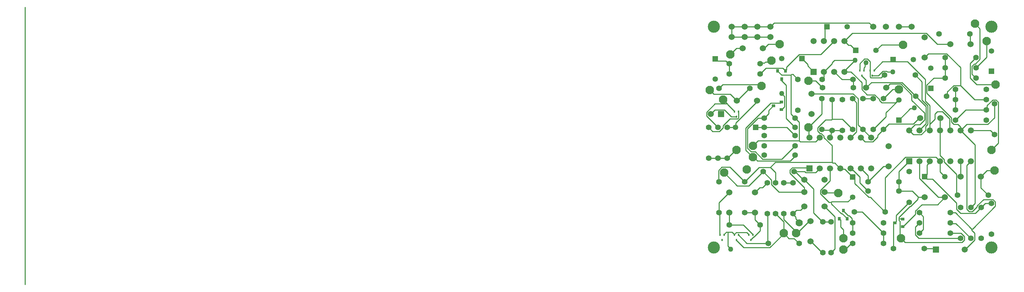
<source format=gtl>
G04 Layer_Physical_Order=1*
G04 Layer_Color=255*
%FSAX24Y24*%
%MOIN*%
G70*
G01*
G75*
%ADD10R,0.0354X0.0315*%
%ADD11R,0.0140X0.0200*%
%ADD12R,0.0315X0.0354*%
%ADD13C,0.0100*%
%ADD14C,0.0591*%
%ADD15R,0.0591X0.0591*%
%ADD16C,0.0827*%
%ADD17C,0.0600*%
%ADD18C,0.0551*%
%ADD19C,0.0531*%
%ADD20R,0.0531X0.0531*%
%ADD21R,0.0531X0.0531*%
%ADD22R,0.0591X0.0591*%
%ADD23C,0.0700*%
%ADD24C,0.1181*%
%ADD25C,0.0500*%
D10*
X-022194Y014800D02*
D03*
X-021406Y015174D02*
D03*
Y014426D02*
D03*
X-010394Y003400D02*
D03*
X-009606Y003774D02*
D03*
Y003026D02*
D03*
D11*
X-013403Y018255D02*
D03*
X-013797D02*
D03*
X-013600Y017745D02*
D03*
X-012403Y018255D02*
D03*
X-012797D02*
D03*
X-012600Y017745D02*
D03*
X-025603Y014255D02*
D03*
X-025997D02*
D03*
X-025800Y013745D02*
D03*
X-024203Y002255D02*
D03*
X-024597D02*
D03*
X-024400Y001745D02*
D03*
X-025603Y002255D02*
D03*
X-025997D02*
D03*
X-025800Y001745D02*
D03*
X-027003Y002255D02*
D03*
X-027397D02*
D03*
X-027200Y001745D02*
D03*
D12*
X-021400Y017406D02*
D03*
X-021774Y018194D02*
D03*
X-021026D02*
D03*
X-015400Y004594D02*
D03*
X-015026Y003806D02*
D03*
X-015774D02*
D03*
D13*
X-017356Y003656D02*
X-017200Y003500D01*
X-017365Y003647D02*
X-017356Y003656D01*
X-018287Y004387D02*
Y006703D01*
X-016214Y000886D02*
Y003999D01*
X-016530Y000570D02*
X-016214Y000886D01*
X-016740Y000570D02*
X-016530D01*
X-024586Y007014D02*
X-023200Y008400D01*
X-027000Y008300D02*
X-025714Y007014D01*
X-024586D01*
X-027523Y008517D02*
X-027217Y008823D01*
X-027523Y007423D02*
X-027500Y007400D01*
X-026423Y008823D02*
X-025000Y007400D01*
X-025099Y001014D02*
X-022540D01*
X-025800Y001715D02*
X-025099Y001014D01*
X-025800Y001715D02*
Y001745D01*
X-020546Y009454D02*
X-020200Y009800D01*
X-024778Y001400D02*
X-022750D01*
X-022800Y004300D02*
X-022750Y004250D01*
X-014555Y003455D02*
X-014500Y003400D01*
X-014555Y003455D02*
Y003826D01*
X-014919Y004093D02*
X-014823D01*
X-010267Y004133D02*
X-009000Y005400D01*
X-010267Y003507D02*
Y004133D01*
X-022674Y019074D02*
X-022500Y018900D01*
X-022963Y019074D02*
X-022674D01*
X-023074Y018963D02*
X-022963Y019074D01*
X-023437Y018963D02*
X-023074D01*
X-022213Y014800D02*
X-022194D01*
X-024883Y010483D02*
Y012646D01*
X-022462Y015067D01*
X-021400Y017800D02*
X-020500D01*
X-021400Y015996D02*
Y016000D01*
X-026622Y014910D02*
X-025997Y014285D01*
X-010000Y003659D02*
Y003800D01*
X-016600Y005400D02*
X-016541Y005341D01*
X-020174Y001874D02*
X-019700Y001400D01*
X-008100Y005900D02*
X-007484D01*
X-024200Y009800D02*
X-024094D01*
X-009000Y012400D02*
X-008595Y011995D01*
X-007832D01*
X-007746Y015362D02*
Y017146D01*
Y015362D02*
X-007179Y014795D01*
Y013021D02*
Y014795D01*
X-007405Y012422D02*
Y012794D01*
X-008400Y017800D02*
X-007746Y017146D01*
X-007405Y012794D02*
X-007179Y013021D01*
X-007832Y011995D02*
X-007405Y012422D01*
X-007436Y015278D02*
Y017381D01*
Y015278D02*
X-007000Y014843D01*
X-010544Y019320D02*
X-010329Y019104D01*
X-008000Y012400D02*
Y012426D01*
X-007339Y013087D01*
X-012797Y017616D02*
Y019106D01*
X-012671Y017083D02*
X-009693D01*
X-013194Y016560D02*
X-012671Y017083D01*
X-011500Y015500D02*
X-010600Y016400D01*
X-007498Y013430D02*
Y014108D01*
X-010862Y016923D02*
X-009783D01*
X-011226Y016560D02*
X-010862Y016923D01*
X-010600Y016400D02*
X-010000D01*
X-006603Y017500D02*
X-005500D01*
X-020919Y018301D02*
Y018584D01*
X-021026Y018194D02*
X-020919Y018301D01*
X-019698Y019805D02*
X-017595D01*
X-016280Y021120D01*
X-020919Y018584D02*
X-019698Y019805D01*
X-010000Y022500D02*
X-008750D01*
X-026250Y021500D02*
Y022500D01*
X-022500D02*
X-022124Y022876D01*
X-012876D01*
X-012500Y022500D01*
X-013277Y018923D02*
X-013200Y019000D01*
X-013277Y018613D02*
Y018923D01*
X-013385Y018505D02*
X-013277Y018613D01*
X-013051Y019360D02*
X-012797Y019106D01*
X-002425Y016880D02*
X-000590D01*
X-003046Y018954D02*
X-002500Y019500D01*
X-003046Y017500D02*
Y018954D01*
Y017500D02*
X-002425Y016880D01*
X-001460Y021040D02*
X-001150Y021350D01*
X-001460Y019540D02*
Y021040D01*
X-012216Y020200D02*
X-011666Y020750D01*
X-009590D01*
X-015280Y021120D02*
X-014881Y020721D01*
X-014705D02*
X-014184Y020200D01*
X-014881Y020721D02*
X-014705D01*
X-025800Y020400D02*
X-025184D01*
X-026400Y019800D02*
X-025800Y020400D01*
X-017200Y003500D02*
X-016808D01*
X-014629Y008700D02*
X-013795Y007867D01*
Y007295D02*
Y007867D01*
Y007295D02*
X-013000Y006500D01*
X-015255Y008639D02*
X-014284Y007668D01*
X-014700Y008700D02*
X-014629D01*
X-014700D02*
X-014500Y008500D01*
X-026500Y017900D02*
Y018900D01*
X-007967Y012962D02*
X-007498Y013430D01*
X-005340Y019886D02*
X-004000Y018545D01*
X-007500Y019516D02*
X-007490D01*
X-007120Y019886D02*
X-005340D01*
X-007490Y019516D02*
X-007120Y019886D01*
X-005500Y017500D02*
Y019500D01*
X-002886Y018660D02*
X-002660Y018886D01*
X-002886Y017886D02*
X-002500Y017500D01*
X-002569Y018886D02*
X-002114Y019340D01*
X-002660Y018886D02*
X-002569D01*
X-002114Y019340D02*
Y022314D01*
X-002886Y017886D02*
Y018660D01*
X-002500Y018500D02*
X-001460Y019540D01*
X-003058Y021031D02*
X-003027Y021000D01*
X-003016D01*
X-014516Y021884D02*
X-007330D01*
X-017200Y021200D02*
Y022284D01*
X-017280Y021120D02*
X-017200Y021200D01*
X-004000Y016786D02*
X-002614Y015400D01*
X-004660Y016786D02*
X-004000D01*
X-018090Y017240D02*
X-017410Y016560D01*
X-014425Y016575D02*
X-014410Y016560D01*
X-016550Y012450D02*
X-016500Y012400D01*
X-017450Y012450D02*
X-016550D01*
X-016586Y012314D02*
X-016500Y012400D01*
X-016586Y011992D02*
Y012314D01*
X-016606Y011972D02*
X-016586Y011992D01*
X-016600Y005400D02*
X-016541Y005459D01*
X-016055Y006355D02*
X-016000Y006300D01*
X-020014Y003793D02*
X-019821Y003600D01*
X-020400Y004350D02*
X-020250D01*
X-019955Y004645D02*
X-019539D01*
X-019292Y007600D02*
X-019184D01*
X-019999Y008307D02*
X-019292Y007600D01*
X-023253Y006847D02*
X-022800Y007300D01*
X-003992Y007908D02*
X-003984Y007900D01*
X-005000Y002400D02*
X-003955D01*
X-003614Y002060D01*
X-018750Y011750D02*
X-018700Y011700D01*
X-007000Y009307D02*
Y009400D01*
X-007268Y009039D02*
X-007000Y009307D01*
X-026565Y018900D02*
X-026500D01*
X-026833Y019168D02*
X-026565Y018900D01*
X-024537Y016500D02*
X-024500D01*
X-025850Y010500D02*
X-025800D01*
X-022500Y008800D02*
X-022006Y009294D01*
X-015639Y008639D02*
X-015255D01*
X-024008Y004408D02*
X-024000Y004416D01*
X-014622Y001400D02*
X-014500D01*
X-020200Y008200D02*
X-020093Y008307D01*
X-023560Y016560D02*
Y016740D01*
X-020959Y013559D02*
Y016807D01*
Y013559D02*
X-020100Y012700D01*
X-021426Y017273D02*
X-020959Y016807D01*
X-020289Y017859D02*
X-019810Y017380D01*
X-025727Y015310D02*
X-024537Y016500D01*
X-025764Y015310D02*
X-025727D01*
X-026378Y015923D02*
X-025764Y015310D01*
X-028300Y016240D02*
X-027983Y015923D01*
X-028340Y016240D02*
X-028300D01*
X-024883Y010483D02*
X-024200Y009800D01*
X-021513Y015067D02*
X-021406Y015174D01*
X-022667Y014033D02*
Y014346D01*
X-023500Y018900D02*
X-023437Y018963D01*
X-028000Y019384D02*
X-027784Y019168D01*
X-026833D01*
X-027114Y016886D02*
X-023706D01*
X-023560Y016740D01*
X-027500Y016500D02*
X-027114Y016886D01*
X-027100Y015400D02*
X-026693Y014993D01*
X-026650Y009700D02*
X-025850Y010500D01*
X-028500Y009700D02*
X-026650D01*
X-018800Y012700D02*
X-018750Y012650D01*
Y011750D02*
Y012650D01*
X-023700Y011400D02*
X-019700D01*
Y013200D01*
X-024094Y009800D02*
X-023749Y009454D01*
X-023703Y013600D02*
X-023100D01*
X-024364Y010323D02*
X-023969D01*
X-024723Y010683D02*
Y012579D01*
X-021386Y009614D02*
X-020100Y010900D01*
X-023260Y009614D02*
X-021386D01*
X-023969Y010323D02*
X-023260Y009614D01*
X-024723Y010683D02*
X-024364Y010323D01*
X-024723Y012579D02*
X-023703Y013600D01*
X-020900Y012700D02*
X-020100Y011900D01*
X-023916Y012700D02*
X-023916Y012700D01*
X-019595Y011295D02*
X-018105D01*
X-019700Y011400D02*
X-019595Y011295D01*
X-018105D02*
X-017700Y011700D01*
X-024200Y010900D02*
X-023700Y011400D01*
X-023749Y009454D02*
X-020546D01*
X-022386Y007140D02*
Y007586D01*
X-023200Y008400D02*
X-022386Y007586D01*
X-001416Y008500D02*
X-000700D01*
X-002016Y007900D02*
X-001416Y008500D01*
X-002016Y006816D02*
Y007900D01*
Y006816D02*
X-001300Y006100D01*
X-006405Y009805D02*
X-006000Y009400D01*
X-011391Y004607D02*
X-011330Y004668D01*
Y007816D01*
X-009341Y009805D02*
X-006405D01*
X-010000Y006400D02*
X-009900Y006500D01*
X-010000Y008400D02*
X-009000Y009400D01*
X-010000Y006400D02*
Y008400D01*
X-008000Y007729D02*
Y009400D01*
X-006171Y005900D02*
X-005516D01*
X-008000Y007729D02*
X-006171Y005900D01*
X-007268Y008116D02*
Y009039D01*
X-007484Y007900D02*
X-007268Y008116D01*
X-007484Y007900D02*
X-007268Y007684D01*
X-004386Y004740D02*
Y005350D01*
Y004740D02*
X-004000Y004354D01*
X-006720Y007684D02*
X-004386Y005350D01*
X-004000Y004354D02*
X-002546D01*
X-001600Y005300D01*
X-007268Y007684D02*
X-006720D01*
X-002595Y005305D02*
Y010995D01*
X-003000Y004900D02*
X-002595Y005305D01*
X-002910Y002710D02*
Y002810D01*
X-004500Y004400D02*
X-002910Y002810D01*
X-004952Y003352D02*
X-004452D01*
X-005000Y003400D02*
X-004952Y003352D01*
X-009389Y001514D02*
X-003840D01*
X-009774Y001900D02*
X-009389Y001514D01*
X-003840D02*
X-003614Y001740D01*
Y002060D01*
X-009800Y001900D02*
X-009774D01*
X-010520Y000900D02*
Y003293D01*
X-007763Y005182D02*
X-006234D01*
X-005516Y005900D01*
X-008386Y004560D02*
X-007763Y005182D01*
X-008045Y001900D02*
X-004000D01*
X-008386Y002240D02*
X-008045Y001900D01*
X-008386Y002240D02*
Y003014D01*
X-008000Y003400D01*
Y004400D02*
X-007614Y004014D01*
X-008000Y002400D02*
X-007614Y002786D01*
Y004014D01*
X-009893Y001993D02*
Y003552D01*
Y001993D02*
X-009800Y001900D01*
X-095000Y-002600D02*
Y024400D01*
X-025000Y004400D02*
X-024992Y004408D01*
X-024008D01*
X-027500Y005384D02*
X-026500Y006384D01*
X-024000D02*
X-023537Y006847D01*
X-023253D01*
X-022540Y001014D02*
X-021200Y002355D01*
X-018600Y001416D02*
X-018542Y001473D01*
X-018416D01*
X-020093Y008307D02*
X-019999D01*
X-021645Y006400D02*
X-019184D01*
X-022386Y007140D02*
X-021645Y006400D01*
X-019184Y007600D02*
X-018287Y006703D01*
Y004387D02*
X-017547Y003647D01*
X-019892Y002400D02*
X-018750Y003542D01*
X-018442D01*
X-020000Y002400D02*
X-019892D01*
X-021200Y003726D02*
X-020000Y002526D01*
Y002400D02*
Y002526D01*
X-020250Y004350D02*
X-019955Y004645D01*
X-017216Y006400D02*
X-017171Y006355D01*
X-016055D01*
X-017626Y006230D02*
X-016796Y005400D01*
X-016600D01*
X-017626Y006230D02*
Y006570D01*
X-016700Y007496D02*
Y008700D01*
X-020200Y008400D02*
X-019146D01*
X-019041Y008295D01*
X-018105D01*
X-017700Y008700D01*
X-019195Y006411D02*
X-019184Y006400D01*
X-018786Y008786D02*
X-018700Y008700D01*
X-019195Y006411D02*
Y006850D01*
X-020360Y008786D02*
X-018786D01*
X-020586Y008240D02*
Y008560D01*
X-020360Y008786D01*
X-020586Y008240D02*
X-019195Y006850D01*
X-022000Y007300D02*
Y008300D01*
X-022500Y008800D02*
X-022000Y008300D01*
X-023600Y008800D02*
X-022500D01*
X-025000Y007400D02*
X-023600Y008800D01*
X-016588Y009294D02*
X-016583Y009300D01*
X-022006Y009294D02*
X-016588D01*
X-016429Y009229D02*
X-016229D01*
X-016500Y009300D02*
X-016429Y009229D01*
X-015222Y000800D02*
X-014622Y001400D01*
X-015400Y000800D02*
X-015222D01*
X-014500Y002400D02*
Y003400D01*
X-015400Y004574D02*
Y004700D01*
X-014823Y004093D02*
X-014555Y003826D01*
X-015400Y004574D02*
X-014919Y004093D01*
X-014500Y004400D02*
X-014440Y004460D01*
X-013560D01*
X-011500Y001400D02*
Y002400D01*
X-014957Y005459D02*
X-014500Y005916D01*
X-016541Y005459D02*
X-014957D01*
X-017626Y006570D02*
X-016700Y007496D01*
X-014284Y007239D02*
X-012938Y005893D01*
X-012763D01*
X-014284Y007239D02*
Y007668D01*
X-013000Y007400D02*
Y008000D01*
X-013700Y008700D02*
X-013000Y008000D01*
X-017500Y012400D02*
X-017450Y012450D01*
X-016500Y012400D02*
X-015500D01*
X-016500Y013500D02*
Y015400D01*
Y013500D02*
X-015500D01*
X-014500Y012500D01*
X-017500Y014000D02*
Y015400D01*
X-018800Y012700D02*
X-017500Y014000D01*
X-013500Y015500D02*
X-012500D01*
X-014700Y011700D02*
X-014114Y012286D01*
X-014500Y015500D02*
X-014114Y015114D01*
Y012286D02*
Y015114D01*
X-013954Y012954D02*
Y015500D01*
X-018500Y015984D02*
X-014439D01*
X-001100Y012400D02*
X-000700Y012000D01*
X-003000Y012400D02*
X-001100D01*
X-000700Y013655D02*
Y014800D01*
X-001340Y013014D02*
X-000700Y013655D01*
X-014439Y015984D02*
X-013954Y015500D01*
X-021200Y007300D02*
X-020400D01*
X-013000Y007400D02*
X-011484Y008916D01*
X-011000D01*
X-016606Y011794D02*
Y011972D01*
X-016700Y011700D02*
X-016606Y011794D01*
X-016500Y009300D02*
Y010927D01*
X-017295Y011722D02*
X-016500Y010927D01*
X-017295Y011722D02*
Y011868D01*
X-017541Y012114D02*
X-017295Y011868D01*
X-017660Y012114D02*
X-017541D01*
X-017886Y012340D02*
X-017660Y012114D01*
X-017886Y012340D02*
Y012660D01*
X-017116Y013429D01*
X-016571D01*
X-016500Y013500D01*
X-016583Y009300D02*
X-016500D01*
X-016229Y009229D02*
X-015639Y008639D01*
X-003500Y014400D02*
X-001500D01*
X-004500D02*
Y016400D01*
X-001420Y014480D02*
Y014826D01*
X-000314Y011186D02*
Y015160D01*
X-001000Y010500D02*
X-000314Y011186D01*
X-000540Y015386D02*
X-000314Y015160D01*
X-001420Y014826D02*
X-000860Y015386D01*
X-000540D01*
X-001500Y014400D02*
X-001420Y014480D01*
X-003386Y013014D02*
X-001340D01*
X-000700Y014800D02*
X-000500Y015000D01*
X-003386Y009014D02*
X-003000Y009400D01*
X-003386Y004740D02*
X-003160Y004514D01*
X-002840D02*
X-002386Y004969D01*
Y005060D01*
X-003160Y004514D02*
X-002840D01*
X-003386Y004740D02*
Y009014D01*
X-005000Y004400D02*
X-004500D01*
X-003992Y007908D02*
Y009392D01*
X-004000Y009400D02*
X-003992Y009392D01*
X-027523Y007423D02*
Y008517D01*
X-027217Y008823D02*
X-026423D01*
X-005274Y015836D02*
Y016172D01*
X-002614Y015400D02*
X-001500D01*
X-005360Y015750D02*
X-005274Y015836D01*
Y016172D02*
X-004660Y016786D01*
X-014440Y017360D02*
X-014425Y017345D01*
Y016575D02*
Y017345D01*
X-013600Y017715D02*
Y017745D01*
X-016280Y018120D02*
X-015520Y017360D01*
X-014440D01*
X-019060Y017300D02*
X-019000Y017240D01*
X-018090D01*
X-018863Y018703D02*
X-018280Y018120D01*
X-015280Y021120D02*
X-014516Y021884D01*
X-005184Y020800D02*
X-004984Y021000D01*
X-007330Y021884D02*
X-006246Y020800D01*
X-005184D01*
X-002600Y022800D02*
X-002114Y022314D01*
X-003555Y000800D02*
X-002614Y001740D01*
X-004452Y003352D02*
X-003000Y001900D01*
X-002614Y001740D02*
Y002414D01*
X-003602Y000800D02*
X-003555D01*
X-002910Y002710D02*
X-002614Y002414D01*
X-002827Y002810D02*
X-000614Y005023D01*
X-002386Y005060D02*
X-001760Y005686D01*
X-000840D02*
X-000614Y005460D01*
X-001760Y005686D02*
X-000840D01*
X-002910Y002810D02*
X-002827D01*
X-000614Y005023D02*
Y005460D01*
X-007520Y000900D02*
X-006498D01*
X-006398Y000800D01*
X-010520Y003293D02*
X-010305Y003507D01*
X-010267D01*
X-006000Y008384D02*
Y009400D01*
X-018416Y001473D02*
X-017442Y000500D01*
X-017400D01*
X-012763Y005893D02*
X-011477Y004607D01*
X-011391D01*
X-011330Y007816D02*
X-009341Y009805D01*
X-004000Y016786D02*
Y018545D01*
X-027983Y015923D02*
X-026378D01*
X-017200Y022284D02*
X-016984Y022500D01*
X-003058Y021031D02*
Y021742D01*
X-003000Y021800D01*
X-013560Y004460D02*
X-011500Y002400D01*
X-017547Y003647D02*
X-017365D01*
X-027500Y004400D02*
X-027417Y004317D01*
Y002275D02*
X-027397Y002255D01*
X-027417Y002275D02*
Y004317D01*
X-027500Y004400D02*
Y005384D01*
X-023500Y002632D02*
Y003200D01*
X-024000Y003700D02*
Y004416D01*
X-026500Y003200D02*
Y004416D01*
Y003200D02*
X-025118D01*
X-024203Y002285D01*
Y002255D02*
Y002285D01*
X-024400Y001745D02*
Y001775D01*
X-024130Y002045D01*
X-024088D02*
X-023500Y002632D01*
X-024130Y002045D02*
X-024088D01*
X-025603Y002225D02*
Y002255D01*
Y002225D02*
X-024778Y001400D01*
X-022750Y001450D02*
X-022700Y001400D01*
X-022750Y001450D02*
Y004250D01*
X-021200Y002355D02*
Y002400D01*
Y003500D01*
X-022000Y004300D02*
X-021200Y003500D01*
Y002400D02*
X-020674Y001874D01*
X-020174D01*
X-015507Y004307D02*
X-015026Y003826D01*
X-015774Y003806D02*
X-015667Y003699D01*
X-015400Y001900D02*
Y002755D01*
X-015667Y003021D02*
X-015400Y002755D01*
X-015667Y003021D02*
Y003699D01*
X-016541Y005245D02*
Y005341D01*
Y005245D02*
X-015603Y004307D01*
X-015507D01*
X-015026Y003806D02*
Y003826D01*
X-009900Y006500D02*
X-008700D01*
X-008927Y005014D02*
X-008840D01*
X-010000Y003800D02*
Y003941D01*
X-008159Y005696D02*
Y005841D01*
X-008100Y005900D01*
X-008840Y005014D02*
X-008159Y005696D01*
X-009587Y003026D02*
X-008386Y004227D01*
Y004560D01*
X-010000Y003800D02*
X-009632D01*
X-009606Y003774D01*
X-010000Y003659D02*
X-009893Y003552D01*
X-010000Y003941D02*
X-008927Y005014D01*
X-009606Y003026D02*
X-009587D01*
X-013600Y017715D02*
X-013194Y017309D01*
X-013797Y018255D02*
Y018912D01*
X-013349Y019360D02*
X-013051D01*
X-013797Y018912D02*
X-013349Y019360D01*
X-013403Y018255D02*
X-013385Y018273D01*
Y018505D01*
X-026622Y014910D02*
Y014922D01*
X-026693Y014993D02*
X-026622Y014922D01*
X-022667Y014346D02*
X-022213Y014800D01*
X-023100Y013600D02*
X-022667Y014033D01*
X-022462Y015067D02*
X-021513D01*
X-021406Y014426D02*
X-021387D01*
X-021119Y014693D01*
Y015715D01*
X-021400Y015996D02*
X-021119Y015715D01*
X-001600Y005300D02*
X-001000D01*
X-021774Y018174D02*
Y018194D01*
Y018174D02*
X-021400Y017800D01*
X-020500Y014000D02*
Y017800D01*
X-022919Y018481D02*
X-021293D01*
X-023500Y017900D02*
X-022919Y018481D01*
X-021293D02*
X-021032Y018220D01*
X-021000D01*
X-020441Y017859D02*
X-020289D01*
X-020500Y017800D02*
X-020441Y017859D01*
X-019416Y019400D02*
X-018863Y018847D01*
Y018703D02*
Y018847D01*
X-022701Y020800D02*
X-021600D01*
X-023101Y020400D02*
X-022701Y020800D01*
X-023216Y020400D02*
X-023101D01*
X-028500Y012700D02*
X-028114Y012314D01*
X-025997Y014255D02*
Y014285D01*
X-013700Y011700D02*
X-013295Y011295D01*
X-012532D02*
X-012059Y011768D01*
X-013295Y011295D02*
X-012532D01*
X-012059Y011768D02*
Y011941D01*
X-008746Y015355D02*
Y015886D01*
X-009783Y016923D02*
X-008746Y015886D01*
X-009000Y012400D02*
X-008438Y012962D01*
X-007967D01*
X-010960Y013040D02*
X-008586D01*
X-008026Y013600D02*
X-007908D01*
X-008586Y013040D02*
X-008026Y013600D01*
X-007276Y016827D02*
X-006603Y017500D01*
X-009159Y019104D02*
X-007436Y017381D01*
X-010329Y019104D02*
X-009159D01*
X-012797Y017616D02*
X-012716Y017535D01*
X-011472Y017800D02*
X-011400D01*
X-011737Y017535D02*
X-011472Y017800D01*
X-012716Y017535D02*
X-011737D01*
X-012403Y018285D02*
X-011584Y019104D01*
X-012403Y018255D02*
Y018285D01*
X-011584Y019104D02*
X-010656D01*
X-008746Y015355D02*
X-007498Y014108D01*
X-012600Y017745D02*
X-012000D01*
X-011560Y018186D01*
X-011177D02*
X-011091Y018100D01*
X-011560Y018186D02*
X-011177D01*
X-010000Y013416D02*
X-008892Y014523D01*
X-008577D01*
X-007339Y013087D02*
Y014728D01*
X-026250Y021500D02*
X-022500D01*
X-010656Y019104D02*
X-010560Y019200D01*
X-008577Y014523D02*
X-008500Y014600D01*
X-011091Y018100D02*
X-010600D01*
X-012059Y011941D02*
X-010960Y013040D01*
X-013194Y016560D02*
Y017309D01*
X-008700Y006500D02*
X-008100Y005900D01*
X-019821Y003600D02*
X-019700D01*
X-019539Y004645D02*
X-019184Y005000D01*
X-021200Y003726D02*
Y004300D01*
X-026788Y002500D02*
X-026621D01*
X-027003Y002285D02*
X-026788Y002500D01*
X-026000Y002258D02*
Y002288D01*
Y002282D02*
X-025817Y002465D01*
X-024777D01*
X-024597Y002285D01*
X-026350Y000850D02*
Y000874D01*
X-027003Y002255D02*
Y002285D01*
X-026212Y002500D02*
X-026000Y002288D01*
X-026621Y001145D02*
X-026350Y000874D01*
X-027440Y012314D02*
X-027086Y012669D01*
Y012860D01*
X-025691Y013529D02*
X-025603Y013616D01*
X-028114Y012314D02*
X-027440D01*
X-025603Y013616D02*
Y014255D01*
X-026416Y013529D02*
X-025691D01*
X-027086Y012860D02*
X-026416Y013529D01*
X-026700Y012700D02*
X-026700Y012700D01*
X-025884D01*
X-025855Y012730D01*
Y013138D01*
X-028705Y013805D02*
Y014168D01*
Y013805D02*
X-027600Y012700D01*
X-028705Y014168D02*
X-027880Y014993D01*
X-026693D01*
X-026959Y014405D02*
X-026299Y013745D01*
X-025800D01*
X-027895Y014405D02*
X-026959D01*
X-028300Y014000D02*
X-027895Y014405D01*
X-012500Y012500D02*
X-011248Y013752D01*
Y014136D01*
X-013100Y015886D02*
X-012340D01*
X-010048Y015384D02*
X-010000D01*
X-011660Y015114D02*
X-010318D01*
X-010048Y015384D01*
X-013604Y016390D02*
X-013100Y015886D01*
X-015280Y018120D02*
X-014655D01*
X-011886Y015340D02*
X-011660Y015114D01*
X-011886Y015340D02*
Y015431D01*
X-014655Y018120D02*
X-013604Y017070D01*
X-012340Y015886D02*
X-011886Y015431D01*
X-013604Y016390D02*
Y017070D01*
X-020500Y014000D02*
X-019700Y013200D01*
X-023916Y012700D02*
X-020900D01*
X-013954Y012954D02*
X-012700Y011700D01*
X-024000Y003700D02*
X-023500Y003200D01*
X-006000Y008384D02*
X-005516Y007900D01*
X-009693Y017083D02*
X-007339Y014728D01*
X-026250Y022500D02*
X-022500D01*
X-017216Y005000D02*
X-016214Y003999D01*
X-011248Y014136D02*
X-010000Y015384D01*
X-024597Y002255D02*
Y002285D01*
X-026621Y001145D02*
Y002500D01*
X-026212D01*
X-020014Y003793D02*
Y003984D01*
X-020380Y004350D02*
X-020014Y003984D01*
X-020400Y004350D02*
X-020380D01*
X-016808Y003500D02*
X-016740Y003568D01*
Y003570D01*
X-025855Y013138D02*
X-023796Y015197D01*
Y015310D01*
X-015280Y018120D02*
Y018220D01*
X-014250Y019250D01*
X-017280Y018120D02*
X-016500Y018900D01*
Y019000D01*
X-016250Y019250D01*
X-014250D01*
X-017280Y017520D02*
Y018120D01*
X-017440Y017360D02*
X-017280Y017520D01*
X-004000Y012400D02*
X-003386Y013014D01*
X-004000Y012400D02*
X-002595Y010995D01*
X-004500Y013400D02*
X-003500Y014400D01*
X-007276Y016026D02*
Y016827D01*
X-004000Y012400D02*
Y012750D01*
X-004886Y013240D02*
X-004660Y013014D01*
X-004264D02*
X-004000Y012750D01*
X-007276Y016026D02*
X-004886Y013636D01*
Y013240D02*
Y013636D01*
X-004660Y013014D02*
X-004264D01*
X-006000Y013540D02*
X-005940Y013600D01*
X-006000Y012400D02*
Y013540D01*
X-007000Y012400D02*
Y013000D01*
X-006500Y013500D01*
Y014000D01*
X-006250Y014250D01*
X-005750D01*
X-005046Y013546D01*
Y012446D02*
Y013546D01*
Y012446D02*
X-005000Y012400D01*
X-007000Y013000D02*
Y014843D01*
X-006000Y009973D02*
Y012400D01*
Y009973D02*
X-005595Y009568D01*
Y009345D02*
Y009568D01*
Y009345D02*
X-004394Y008144D01*
Y006100D02*
X-004300D01*
X-004394D02*
Y008144D01*
D14*
X-028300Y014000D02*
D03*
X-003602Y000800D02*
D03*
X-017700Y008700D02*
D03*
X-016700D02*
D03*
X-015700D02*
D03*
X-014700D02*
D03*
X-013700D02*
D03*
X-012700D02*
D03*
X-018700Y011700D02*
D03*
X-017700D02*
D03*
X-016700D02*
D03*
X-015700D02*
D03*
X-014700D02*
D03*
X-013700D02*
D03*
X-012700D02*
D03*
X-008000Y009400D02*
D03*
X-007000D02*
D03*
X-006000D02*
D03*
X-005000D02*
D03*
X-004000D02*
D03*
X-003000D02*
D03*
X-009000Y012400D02*
D03*
X-008000D02*
D03*
X-007000D02*
D03*
X-006000D02*
D03*
X-005000D02*
D03*
X-004000D02*
D03*
X-003000D02*
D03*
X-017280Y018120D02*
D03*
X-016280D02*
D03*
X-015280D02*
D03*
X-018280Y021120D02*
D03*
X-017280D02*
D03*
X-016280D02*
D03*
X-015280D02*
D03*
D15*
X-027300Y014000D02*
D03*
X-006398Y000800D02*
D03*
D16*
X-002600Y022800D02*
D03*
X-001460Y021090D02*
D03*
X-000590Y016880D02*
D03*
X-024800Y008600D02*
D03*
X-024200Y010900D02*
D03*
X-027000Y008300D02*
D03*
X-009800Y001900D02*
D03*
X-010000Y016400D02*
D03*
X-018800Y012700D02*
D03*
X-018790Y017240D02*
D03*
X-009590Y020750D02*
D03*
X-023370Y016750D02*
D03*
X-022400Y019200D02*
D03*
X-021600Y020800D02*
D03*
X-026400Y019800D02*
D03*
X-028390Y016330D02*
D03*
X-027100Y015400D02*
D03*
X-025800Y010500D02*
D03*
X-024200Y009800D02*
D03*
X-015890Y006310D02*
D03*
X-015400Y001900D02*
D03*
Y000800D02*
D03*
X-020000Y002400D02*
D03*
X-021200D02*
D03*
X-000700Y008500D02*
D03*
X-001000Y010500D02*
D03*
D17*
X-005516Y005900D02*
D03*
X-007484D02*
D03*
X-019184Y006400D02*
D03*
X-017216D02*
D03*
Y007600D02*
D03*
X-019184D02*
D03*
X-007908Y013600D02*
D03*
X-005940D02*
D03*
X-007500Y019506D02*
D03*
Y021474D02*
D03*
X-004984Y020800D02*
D03*
X-003016D02*
D03*
X-003984Y007900D02*
D03*
X-002016D02*
D03*
X-017216Y005000D02*
D03*
X-019184D02*
D03*
X-018500Y015984D02*
D03*
Y014016D02*
D03*
X-011226Y016560D02*
D03*
X-013194D02*
D03*
X-025184Y020400D02*
D03*
X-023216D02*
D03*
X-025764Y015310D02*
D03*
X-023796D02*
D03*
X-011000Y008916D02*
D03*
Y010884D02*
D03*
X-018600Y001616D02*
D03*
Y003584D02*
D03*
X-026500Y004416D02*
D03*
Y006384D02*
D03*
X-024000Y004416D02*
D03*
Y006384D02*
D03*
X-008750Y022500D02*
D03*
X-010000D02*
D03*
X-011250D02*
D03*
X-012500D02*
D03*
X-023750D02*
D03*
X-022500D02*
D03*
X-025000D02*
D03*
X-022500Y021500D02*
D03*
X-023750D02*
D03*
X-025000D02*
D03*
X-026250D02*
D03*
Y022500D02*
D03*
D18*
X-020100Y010900D02*
D03*
X-023100D02*
D03*
X-020100Y013600D02*
D03*
X-023100D02*
D03*
X-020100Y012700D02*
D03*
X-023100D02*
D03*
X-008360Y015750D02*
D03*
X-005360D02*
D03*
X-003100Y021800D02*
D03*
X-006100D02*
D03*
X-005500Y019500D02*
D03*
X-002500D02*
D03*
X-005500Y018500D02*
D03*
X-002500D02*
D03*
X-005500Y017500D02*
D03*
X-002500D02*
D03*
X-001500Y016400D02*
D03*
X-004500D02*
D03*
X-001500Y015400D02*
D03*
X-004500D02*
D03*
Y014400D02*
D03*
X-001500D02*
D03*
X-004500Y013400D02*
D03*
X-001500D02*
D03*
X-000700Y012000D02*
D03*
Y015000D02*
D03*
X-004300Y006100D02*
D03*
X-001300D02*
D03*
X-026700Y009700D02*
D03*
Y012700D02*
D03*
X-027600D02*
D03*
Y009700D02*
D03*
X-028500Y012700D02*
D03*
Y009700D02*
D03*
X-007520Y000900D02*
D03*
X-010520D02*
D03*
X-001000Y005300D02*
D03*
Y002300D02*
D03*
X-002000Y004900D02*
D03*
Y001900D02*
D03*
X-003000D02*
D03*
Y004900D02*
D03*
X-004000D02*
D03*
Y001900D02*
D03*
X-008000Y002400D02*
D03*
X-005000D02*
D03*
X-008000Y003400D02*
D03*
X-005000D02*
D03*
Y004400D02*
D03*
X-008000D02*
D03*
X-009000Y005400D02*
D03*
Y008400D02*
D03*
X-013000Y007400D02*
D03*
X-010000D02*
D03*
X-011500Y015500D02*
D03*
Y012500D02*
D03*
X-012500Y015500D02*
D03*
Y012500D02*
D03*
X-013500D02*
D03*
Y015500D02*
D03*
X-014500D02*
D03*
Y012500D02*
D03*
X-015500Y015400D02*
D03*
Y012400D02*
D03*
X-017500Y015500D02*
D03*
Y012500D02*
D03*
X-016500Y015400D02*
D03*
Y012400D02*
D03*
X-019810Y017380D02*
D03*
Y014380D02*
D03*
X-014410Y016560D02*
D03*
X-017410D02*
D03*
X-024500Y016500D02*
D03*
X-027500D02*
D03*
X-023500Y018900D02*
D03*
X-026500D02*
D03*
Y017900D02*
D03*
X-023500D02*
D03*
X-020100Y011900D02*
D03*
X-023100D02*
D03*
X-020100Y010000D02*
D03*
X-023100D02*
D03*
X-023200Y008400D02*
D03*
X-020200D02*
D03*
X-013000Y006500D02*
D03*
X-010000D02*
D03*
X-014330Y004460D02*
D03*
X-011330D02*
D03*
X-014500Y003400D02*
D03*
X-011500D02*
D03*
X-014500Y002400D02*
D03*
X-011500D02*
D03*
Y001400D02*
D03*
X-014500D02*
D03*
X-016600Y003500D02*
D03*
Y000500D02*
D03*
X-017400Y003500D02*
D03*
Y000500D02*
D03*
X-023500Y003200D02*
D03*
X-026500D02*
D03*
X-027500Y007400D02*
D03*
Y004400D02*
D03*
X-025000Y007400D02*
D03*
Y004400D02*
D03*
X-020300Y007300D02*
D03*
Y004300D02*
D03*
X-021200Y007300D02*
D03*
Y004300D02*
D03*
X-022000Y007300D02*
D03*
Y004300D02*
D03*
X-022800Y007300D02*
D03*
Y004300D02*
D03*
X-019700Y001400D02*
D03*
X-022700D02*
D03*
X-014440Y017360D02*
D03*
X-017440D02*
D03*
X-011400Y017800D02*
D03*
X-008400D02*
D03*
D19*
X-006900Y018484D02*
D03*
X-000990Y020134D02*
D03*
X-005516Y007900D02*
D03*
X-010000Y015384D02*
D03*
X-008576Y019320D02*
D03*
X-012216Y020200D02*
D03*
X-015016Y022500D02*
D03*
X-021384Y019400D02*
D03*
X-027840Y017416D02*
D03*
X-025884Y012700D02*
D03*
X-014500Y005916D02*
D03*
D20*
X-006900Y016516D02*
D03*
X-000990Y018166D02*
D03*
X-010000Y013416D02*
D03*
X-027840Y019384D02*
D03*
X-014500Y007884D02*
D03*
D21*
X-007484Y007900D02*
D03*
X-010544Y019320D02*
D03*
X-014184Y020200D02*
D03*
X-016984Y022500D02*
D03*
X-019416Y019400D02*
D03*
X-023916Y012700D02*
D03*
D22*
X-018700Y008700D02*
D03*
X-009000Y009400D02*
D03*
X-018280Y018120D02*
D03*
D23*
X-019700Y003400D02*
D03*
D24*
X-028000Y001000D02*
D03*
X-001000D02*
D03*
Y022500D02*
D03*
X-028000D02*
D03*
D25*
X-013200Y019000D02*
D03*
X-021400Y016000D02*
D03*
X-010600Y018100D02*
D03*
X-008500Y014600D02*
D03*
X-026350Y000850D02*
D03*
X-014250Y019250D02*
D03*
M02*

</source>
